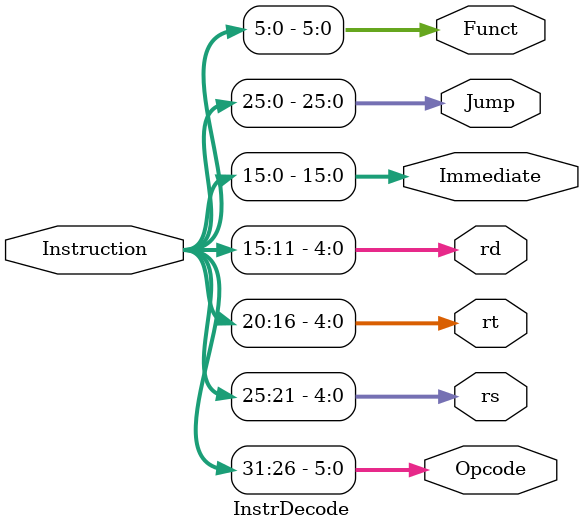
<source format=v>
`timescale 1ns / 1ps
module InstrDecode(input [31:0] Instruction,
						output [5:0] Opcode,
						output [4:0] rs,
						output [4:0] rt,
						output [4:0] rd,
						output [15:0] Immediate,
						output [25:0] Jump,
						output [5:0] Funct);
	 
		// Decodes Each assignment based on the Instruction.
		assign Opcode = Instruction [31:26]; // Opcode bits are last 6 bits
		assign rs = Instruction[25:21]; // Register Bits
		assign rt = Instruction[20:16]; 
		assign rd = Instruction[15:11]; 
		assign Immediate = Instruction[15:0]; // only needed for addi, multi..etc
		assign Jump = Instruction[25:0]; // only needed for jump functions
		assign Funct = Instruction[5:0]; // only needed for add and sub..etc
		
		
		// Even though an instruction may not use all of these, we are unsure what the in struction is
		// Thereby if we do need it it will be there later.

endmodule

</source>
